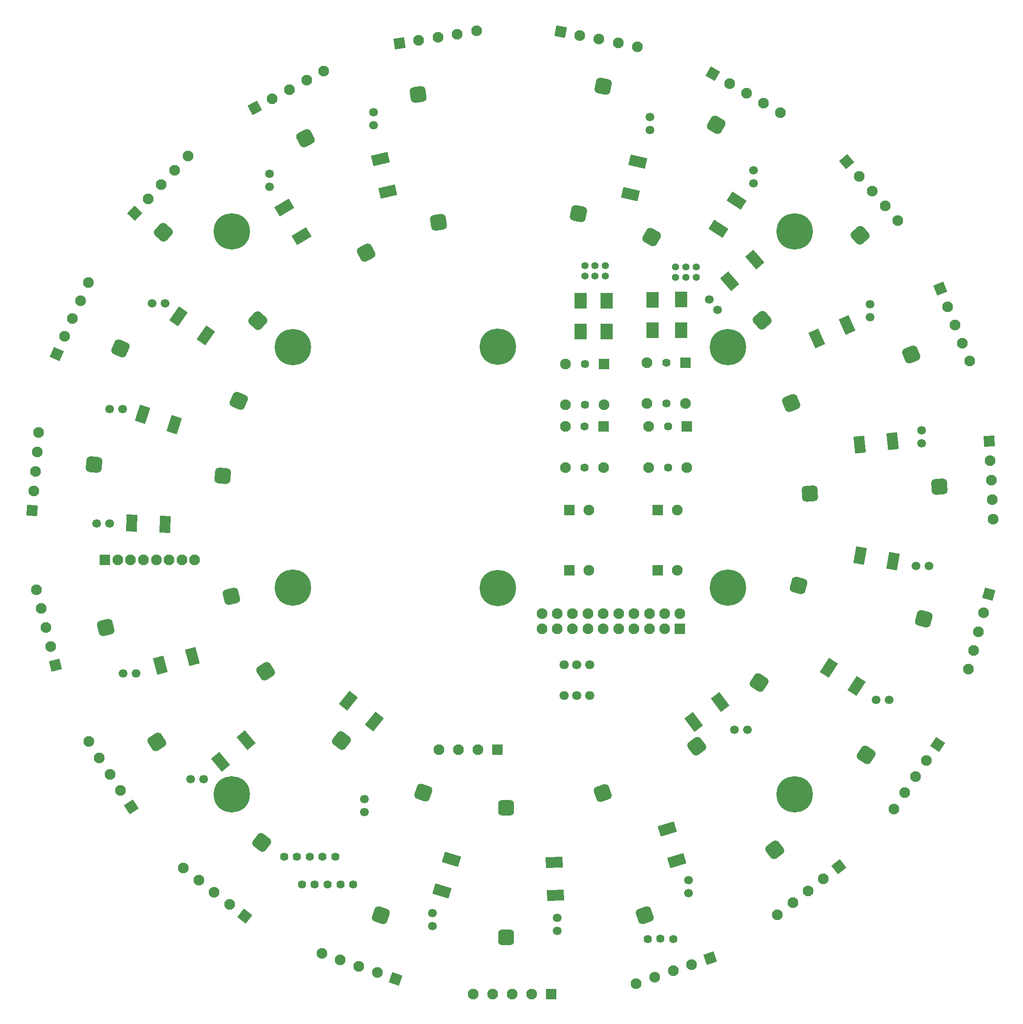
<source format=gbs>
G04*
G04 #@! TF.GenerationSoftware,Altium Limited,Altium Designer,23.11.1 (41)*
G04*
G04 Layer_Color=16711935*
%FSLAX43Y43*%
%MOMM*%
G71*
G04*
G04 #@! TF.SameCoordinates,128D2ADB-0047-4A34-82FD-57E8471D3911*
G04*
G04*
G04 #@! TF.FilePolarity,Negative*
G04*
G01*
G75*
G04:AMPARAMS|DCode=20|XSize=3.1mm|YSize=3.1mm|CornerRadius=0.8mm|HoleSize=0mm|Usage=FLASHONLY|Rotation=202.000|XOffset=0mm|YOffset=0mm|HoleType=Round|Shape=RoundedRectangle|*
%AMROUNDEDRECTD20*
21,1,3.100,1.500,0,0,202.0*
21,1,1.500,3.100,0,0,202.0*
1,1,1.600,-0.976,0.414*
1,1,1.600,0.414,0.976*
1,1,1.600,0.976,-0.414*
1,1,1.600,-0.414,-0.976*
%
%ADD20ROUNDEDRECTD20*%
%ADD21C,1.700*%
%ADD22C,7.100*%
%ADD23C,0.100*%
%ADD24C,2.100*%
%ADD25R,2.100X2.100*%
%ADD26P,2.970X4X244.0*%
G04:AMPARAMS|DCode=27|XSize=3.1mm|YSize=3.1mm|CornerRadius=0.8mm|HoleSize=0mm|Usage=FLASHONLY|Rotation=14.000|XOffset=0mm|YOffset=0mm|HoleType=Round|Shape=RoundedRectangle|*
%AMROUNDEDRECTD27*
21,1,3.100,1.500,0,0,14.0*
21,1,1.500,3.100,0,0,14.0*
1,1,1.600,0.909,-0.546*
1,1,1.600,-0.546,-0.909*
1,1,1.600,-0.909,0.546*
1,1,1.600,0.546,0.909*
%
%ADD27ROUNDEDRECTD27*%
%ADD28C,1.400*%
%ADD29C,1.624*%
G04:AMPARAMS|DCode=30|XSize=3.1mm|YSize=3.1mm|CornerRadius=0.8mm|HoleSize=0mm|Usage=FLASHONLY|Rotation=109.000|XOffset=0mm|YOffset=0mm|HoleType=Round|Shape=RoundedRectangle|*
%AMROUNDEDRECTD30*
21,1,3.100,1.500,0,0,109.0*
21,1,1.500,3.100,0,0,109.0*
1,1,1.600,0.465,0.953*
1,1,1.600,0.953,-0.465*
1,1,1.600,-0.465,-0.953*
1,1,1.600,-0.953,0.465*
%
%ADD30ROUNDEDRECTD30*%
G04:AMPARAMS|DCode=31|XSize=3.1mm|YSize=3.1mm|CornerRadius=0.8mm|HoleSize=0mm|Usage=FLASHONLY|Rotation=298.000|XOffset=0mm|YOffset=0mm|HoleType=Round|Shape=RoundedRectangle|*
%AMROUNDEDRECTD31*
21,1,3.100,1.500,0,0,298.0*
21,1,1.500,3.100,0,0,298.0*
1,1,1.600,-0.310,-1.014*
1,1,1.600,-1.014,0.310*
1,1,1.600,0.310,1.014*
1,1,1.600,1.014,-0.310*
%
%ADD31ROUNDEDRECTD31*%
%ADD32C,1.800*%
%ADD33P,2.970X4X206.0*%
%ADD34P,2.970X4X281.0*%
%ADD35P,2.970X4X375.0*%
%ADD36P,2.970X4X73.0*%
%ADD37P,2.970X4X92.0*%
G04:AMPARAMS|DCode=38|XSize=3.1mm|YSize=3.1mm|CornerRadius=0.8mm|HoleSize=0mm|Usage=FLASHONLY|Rotation=52.000|XOffset=0mm|YOffset=0mm|HoleType=Round|Shape=RoundedRectangle|*
%AMROUNDEDRECTD38*
21,1,3.100,1.500,0,0,52.0*
21,1,1.500,3.100,0,0,52.0*
1,1,1.600,1.053,0.129*
1,1,1.600,0.129,-1.053*
1,1,1.600,-1.053,-0.129*
1,1,1.600,-0.129,1.053*
%
%ADD38ROUNDEDRECTD38*%
G04:AMPARAMS|DCode=39|XSize=3.1mm|YSize=3.1mm|CornerRadius=0.8mm|HoleSize=0mm|Usage=FLASHONLY|Rotation=90.000|XOffset=0mm|YOffset=0mm|HoleType=Round|Shape=RoundedRectangle|*
%AMROUNDEDRECTD39*
21,1,3.100,1.500,0,0,90.0*
21,1,1.500,3.100,0,0,90.0*
1,1,1.600,0.750,0.750*
1,1,1.600,0.750,-0.750*
1,1,1.600,-0.750,-0.750*
1,1,1.600,-0.750,0.750*
%
%ADD39ROUNDEDRECTD39*%
G04:AMPARAMS|DCode=40|XSize=3.1mm|YSize=3.1mm|CornerRadius=0.8mm|HoleSize=0mm|Usage=FLASHONLY|Rotation=33.000|XOffset=0mm|YOffset=0mm|HoleType=Round|Shape=RoundedRectangle|*
%AMROUNDEDRECTD40*
21,1,3.100,1.500,0,0,33.0*
21,1,1.500,3.100,0,0,33.0*
1,1,1.600,1.037,-0.221*
1,1,1.600,-0.221,-1.037*
1,1,1.600,-1.037,0.221*
1,1,1.600,0.221,1.037*
%
%ADD40ROUNDEDRECTD40*%
G04:AMPARAMS|DCode=41|XSize=3.1mm|YSize=3.1mm|CornerRadius=0.8mm|HoleSize=0mm|Usage=FLASHONLY|Rotation=355.000|XOffset=0mm|YOffset=0mm|HoleType=Round|Shape=RoundedRectangle|*
%AMROUNDEDRECTD41*
21,1,3.100,1.500,0,0,355.0*
21,1,1.500,3.100,0,0,355.0*
1,1,1.600,0.682,-0.813*
1,1,1.600,-0.813,-0.682*
1,1,1.600,-0.682,0.813*
1,1,1.600,0.813,0.682*
%
%ADD41ROUNDEDRECTD41*%
G04:AMPARAMS|DCode=42|XSize=3.1mm|YSize=3.1mm|CornerRadius=0.8mm|HoleSize=0mm|Usage=FLASHONLY|Rotation=259.000|XOffset=0mm|YOffset=0mm|HoleType=Round|Shape=RoundedRectangle|*
%AMROUNDEDRECTD42*
21,1,3.100,1.500,0,0,259.0*
21,1,1.500,3.100,0,0,259.0*
1,1,1.600,-0.879,-0.593*
1,1,1.600,-0.593,0.879*
1,1,1.600,0.879,0.593*
1,1,1.600,0.593,-0.879*
%
%ADD42ROUNDEDRECTD42*%
G04:AMPARAMS|DCode=43|XSize=3.1mm|YSize=3.1mm|CornerRadius=0.8mm|HoleSize=0mm|Usage=FLASHONLY|Rotation=240.000|XOffset=0mm|YOffset=0mm|HoleType=Round|Shape=RoundedRectangle|*
%AMROUNDEDRECTD43*
21,1,3.100,1.500,0,0,240.0*
21,1,1.500,3.100,0,0,240.0*
1,1,1.600,-1.025,-0.275*
1,1,1.600,-0.275,1.025*
1,1,1.600,1.025,0.275*
1,1,1.600,0.275,-1.025*
%
%ADD43ROUNDEDRECTD43*%
G04:AMPARAMS|DCode=44|XSize=3.1mm|YSize=3.1mm|CornerRadius=0.8mm|HoleSize=0mm|Usage=FLASHONLY|Rotation=221.000|XOffset=0mm|YOffset=0mm|HoleType=Round|Shape=RoundedRectangle|*
%AMROUNDEDRECTD44*
21,1,3.100,1.500,0,0,221.0*
21,1,1.500,3.100,0,0,221.0*
1,1,1.600,-1.058,0.074*
1,1,1.600,0.074,1.058*
1,1,1.600,1.058,-0.074*
1,1,1.600,-0.074,-1.058*
%
%ADD44ROUNDEDRECTD44*%
G04:AMPARAMS|DCode=45|XSize=3.1mm|YSize=3.1mm|CornerRadius=0.8mm|HoleSize=0mm|Usage=FLASHONLY|Rotation=183.000|XOffset=0mm|YOffset=0mm|HoleType=Round|Shape=RoundedRectangle|*
%AMROUNDEDRECTD45*
21,1,3.100,1.500,0,0,183.0*
21,1,1.500,3.100,0,0,183.0*
1,1,1.600,-0.788,0.710*
1,1,1.600,0.710,0.788*
1,1,1.600,0.788,-0.710*
1,1,1.600,-0.710,-0.788*
%
%ADD45ROUNDEDRECTD45*%
G04:AMPARAMS|DCode=46|XSize=3.1mm|YSize=3.1mm|CornerRadius=0.8mm|HoleSize=0mm|Usage=FLASHONLY|Rotation=165.000|XOffset=0mm|YOffset=0mm|HoleType=Round|Shape=RoundedRectangle|*
%AMROUNDEDRECTD46*
21,1,3.100,1.500,0,0,165.0*
21,1,1.500,3.100,0,0,165.0*
1,1,1.600,-0.530,0.919*
1,1,1.600,0.919,0.530*
1,1,1.600,0.530,-0.919*
1,1,1.600,-0.919,-0.530*
%
%ADD46ROUNDEDRECTD46*%
G04:AMPARAMS|DCode=47|XSize=3.1mm|YSize=3.1mm|CornerRadius=0.8mm|HoleSize=0mm|Usage=FLASHONLY|Rotation=146.000|XOffset=0mm|YOffset=0mm|HoleType=Round|Shape=RoundedRectangle|*
%AMROUNDEDRECTD47*
21,1,3.100,1.500,0,0,146.0*
21,1,1.500,3.100,0,0,146.0*
1,1,1.600,-0.202,1.041*
1,1,1.600,1.041,0.202*
1,1,1.600,0.202,-1.041*
1,1,1.600,-1.041,-0.202*
%
%ADD47ROUNDEDRECTD47*%
G04:AMPARAMS|DCode=48|XSize=3.1mm|YSize=3.1mm|CornerRadius=0.8mm|HoleSize=0mm|Usage=FLASHONLY|Rotation=127.000|XOffset=0mm|YOffset=0mm|HoleType=Round|Shape=RoundedRectangle|*
%AMROUNDEDRECTD48*
21,1,3.100,1.500,0,0,127.0*
21,1,1.500,3.100,0,0,127.0*
1,1,1.600,0.148,1.050*
1,1,1.600,1.050,-0.148*
1,1,1.600,-0.148,-1.050*
1,1,1.600,-1.050,0.148*
%
%ADD48ROUNDEDRECTD48*%
G04:AMPARAMS|DCode=49|XSize=3.1mm|YSize=3.1mm|CornerRadius=0.8mm|HoleSize=0mm|Usage=FLASHONLY|Rotation=71.000|XOffset=0mm|YOffset=0mm|HoleType=Round|Shape=RoundedRectangle|*
%AMROUNDEDRECTD49*
21,1,3.100,1.500,0,0,71.0*
21,1,1.500,3.100,0,0,71.0*
1,1,1.600,0.953,0.465*
1,1,1.600,0.465,-0.953*
1,1,1.600,-0.953,-0.465*
1,1,1.600,-0.465,0.953*
%
%ADD49ROUNDEDRECTD49*%
%ADD50P,2.970X4X130.0*%
%ADD51P,2.970X4X149.0*%
%ADD52P,2.970X4X168.0*%
%ADD53P,2.970X4X187.0*%
G04:AMPARAMS|DCode=54|XSize=3.1mm|YSize=3.1mm|CornerRadius=0.8mm|HoleSize=0mm|Usage=FLASHONLY|Rotation=279.000|XOffset=0mm|YOffset=0mm|HoleType=Round|Shape=RoundedRectangle|*
%AMROUNDEDRECTD54*
21,1,3.100,1.500,0,0,279.0*
21,1,1.500,3.100,0,0,279.0*
1,1,1.600,-0.623,-0.858*
1,1,1.600,-0.858,0.623*
1,1,1.600,0.623,0.858*
1,1,1.600,0.858,-0.623*
%
%ADD54ROUNDEDRECTD54*%
G04:AMPARAMS|DCode=55|XSize=3.1mm|YSize=3.1mm|CornerRadius=0.8mm|HoleSize=0mm|Usage=FLASHONLY|Rotation=336.000|XOffset=0mm|YOffset=0mm|HoleType=Round|Shape=RoundedRectangle|*
%AMROUNDEDRECTD55*
21,1,3.100,1.500,0,0,336.0*
21,1,1.500,3.100,0,0,336.0*
1,1,1.600,0.380,-0.990*
1,1,1.600,-0.990,-0.380*
1,1,1.600,-0.380,0.990*
1,1,1.600,0.990,0.380*
%
%ADD55ROUNDEDRECTD55*%
G04:AMPARAMS|DCode=56|XSize=3.1mm|YSize=3.1mm|CornerRadius=0.8mm|HoleSize=0mm|Usage=FLASHONLY|Rotation=317.000|XOffset=0mm|YOffset=0mm|HoleType=Round|Shape=RoundedRectangle|*
%AMROUNDEDRECTD56*
21,1,3.100,1.500,0,0,317.0*
21,1,1.500,3.100,0,0,317.0*
1,1,1.600,0.037,-1.060*
1,1,1.600,-1.060,-0.037*
1,1,1.600,-0.037,1.060*
1,1,1.600,1.060,0.037*
%
%ADD56ROUNDEDRECTD56*%
%ADD57P,2.970X4X263.0*%
%ADD58P,2.970X4X300.0*%
%ADD59P,2.970X4X318.0*%
%ADD60P,2.970X4X337.0*%
%ADD61P,2.970X4X356.0*%
%ADD62P,2.970X4X394.0*%
%ADD63P,2.970X4X54.0*%
%ADD64P,2.970X4X111.0*%
%ADD138R,2.400X3.100*%
G04:AMPARAMS|DCode=139|XSize=2.1mm|YSize=3.3mm|CornerRadius=0mm|HoleSize=0mm|Usage=FLASHONLY|Rotation=342.000|XOffset=0mm|YOffset=0mm|HoleType=Round|Shape=Rectangle|*
%AMROTATEDRECTD139*
4,1,4,-1.508,-1.245,-0.489,1.894,1.508,1.245,0.489,-1.894,-1.508,-1.245,0.0*
%
%ADD139ROTATEDRECTD139*%

G04:AMPARAMS|DCode=140|XSize=2.1mm|YSize=3.3mm|CornerRadius=0mm|HoleSize=0mm|Usage=FLASHONLY|Rotation=325.000|XOffset=0mm|YOffset=0mm|HoleType=Round|Shape=Rectangle|*
%AMROTATEDRECTD140*
4,1,4,-1.807,-0.749,0.086,1.954,1.807,0.749,-0.086,-1.954,-1.807,-0.749,0.0*
%
%ADD140ROTATEDRECTD140*%

G04:AMPARAMS|DCode=141|XSize=2.1mm|YSize=3.3mm|CornerRadius=0mm|HoleSize=0mm|Usage=FLASHONLY|Rotation=301.000|XOffset=0mm|YOffset=0mm|HoleType=Round|Shape=Rectangle|*
%AMROTATEDRECTD141*
4,1,4,-1.955,0.050,0.874,1.750,1.955,-0.050,-0.874,-1.750,-1.955,0.050,0.0*
%
%ADD141ROTATEDRECTD141*%

G04:AMPARAMS|DCode=142|XSize=2.1mm|YSize=3.3mm|CornerRadius=0mm|HoleSize=0mm|Usage=FLASHONLY|Rotation=283.000|XOffset=0mm|YOffset=0mm|HoleType=Round|Shape=Rectangle|*
%AMROTATEDRECTD142*
4,1,4,-1.844,0.652,1.372,1.394,1.844,-0.652,-1.372,-1.394,-1.844,0.652,0.0*
%
%ADD142ROTATEDRECTD142*%

G04:AMPARAMS|DCode=143|XSize=2.1mm|YSize=3.3mm|CornerRadius=0mm|HoleSize=0mm|Usage=FLASHONLY|Rotation=257.000|XOffset=0mm|YOffset=0mm|HoleType=Round|Shape=Rectangle|*
%AMROTATEDRECTD143*
4,1,4,-1.372,1.394,1.844,0.652,1.372,-1.394,-1.844,-0.652,-1.372,1.394,0.0*
%
%ADD143ROTATEDRECTD143*%

G04:AMPARAMS|DCode=144|XSize=2.1mm|YSize=3.3mm|CornerRadius=0mm|HoleSize=0mm|Usage=FLASHONLY|Rotation=237.000|XOffset=0mm|YOffset=0mm|HoleType=Round|Shape=Rectangle|*
%AMROTATEDRECTD144*
4,1,4,-0.812,1.779,1.956,-0.018,0.812,-1.779,-1.956,0.018,-0.812,1.779,0.0*
%
%ADD144ROTATEDRECTD144*%

G04:AMPARAMS|DCode=145|XSize=2.1mm|YSize=3.3mm|CornerRadius=0mm|HoleSize=0mm|Usage=FLASHONLY|Rotation=41.000|XOffset=0mm|YOffset=0mm|HoleType=Round|Shape=Rectangle|*
%AMROTATEDRECTD145*
4,1,4,0.290,-1.934,-1.875,0.556,-0.290,1.934,1.875,-0.556,0.290,-1.934,0.0*
%
%ADD145ROTATEDRECTD145*%

G04:AMPARAMS|DCode=146|XSize=2.1mm|YSize=3.3mm|CornerRadius=0mm|HoleSize=0mm|Usage=FLASHONLY|Rotation=204.000|XOffset=0mm|YOffset=0mm|HoleType=Round|Shape=Rectangle|*
%AMROTATEDRECTD146*
4,1,4,0.288,1.934,1.630,-1.080,-0.288,-1.934,-1.630,1.080,0.288,1.934,0.0*
%
%ADD146ROTATEDRECTD146*%

G04:AMPARAMS|DCode=147|XSize=2.1mm|YSize=3.3mm|CornerRadius=0mm|HoleSize=0mm|Usage=FLASHONLY|Rotation=186.000|XOffset=0mm|YOffset=0mm|HoleType=Round|Shape=Rectangle|*
%AMROTATEDRECTD147*
4,1,4,0.872,1.751,1.217,-1.531,-0.872,-1.751,-1.217,1.531,0.872,1.751,0.0*
%
%ADD147ROTATEDRECTD147*%

G04:AMPARAMS|DCode=148|XSize=2.1mm|YSize=3.3mm|CornerRadius=0mm|HoleSize=0mm|Usage=FLASHONLY|Rotation=170.000|XOffset=0mm|YOffset=0mm|HoleType=Round|Shape=Rectangle|*
%AMROTATEDRECTD148*
4,1,4,1.321,1.443,0.748,-1.807,-1.321,-1.443,-0.748,1.807,1.321,1.443,0.0*
%
%ADD148ROTATEDRECTD148*%

G04:AMPARAMS|DCode=149|XSize=2.1mm|YSize=3.3mm|CornerRadius=0mm|HoleSize=0mm|Usage=FLASHONLY|Rotation=147.000|XOffset=0mm|YOffset=0mm|HoleType=Round|Shape=Rectangle|*
%AMROTATEDRECTD149*
4,1,4,1.779,0.812,-0.018,-1.956,-1.779,-0.812,0.018,1.956,1.779,0.812,0.0*
%
%ADD149ROTATEDRECTD149*%

G04:AMPARAMS|DCode=150|XSize=2.1mm|YSize=3.3mm|CornerRadius=0mm|HoleSize=0mm|Usage=FLASHONLY|Rotation=217.000|XOffset=0mm|YOffset=0mm|HoleType=Round|Shape=Rectangle|*
%AMROTATEDRECTD150*
4,1,4,-0.154,1.950,1.832,-0.686,0.154,-1.950,-1.832,0.686,-0.154,1.950,0.0*
%
%ADD150ROTATEDRECTD150*%

G04:AMPARAMS|DCode=151|XSize=2.1mm|YSize=3.3mm|CornerRadius=0mm|HoleSize=0mm|Usage=FLASHONLY|Rotation=73.000|XOffset=0mm|YOffset=0mm|HoleType=Round|Shape=Rectangle|*
%AMROTATEDRECTD151*
4,1,4,1.271,-1.487,-1.885,-0.522,-1.271,1.487,1.885,0.522,1.271,-1.487,0.0*
%
%ADD151ROTATEDRECTD151*%

G04:AMPARAMS|DCode=152|XSize=2.1mm|YSize=3.3mm|CornerRadius=0mm|HoleSize=0mm|Usage=FLASHONLY|Rotation=141.000|XOffset=0mm|YOffset=0mm|HoleType=Round|Shape=Rectangle|*
%AMROTATEDRECTD152*
4,1,4,1.854,0.622,-0.222,-1.943,-1.854,-0.622,0.222,1.943,1.854,0.622,0.0*
%
%ADD152ROTATEDRECTD152*%

G04:AMPARAMS|DCode=153|XSize=2.1mm|YSize=3.3mm|CornerRadius=0mm|HoleSize=0mm|Usage=FLASHONLY|Rotation=107.000|XOffset=0mm|YOffset=0mm|HoleType=Round|Shape=Rectangle|*
%AMROTATEDRECTD153*
4,1,4,1.885,-0.522,-1.271,-1.487,-1.885,0.522,1.271,1.487,1.885,-0.522,0.0*
%
%ADD153ROTATEDRECTD153*%

G04:AMPARAMS|DCode=154|XSize=2.1mm|YSize=3.3mm|CornerRadius=0mm|HoleSize=0mm|Usage=FLASHONLY|Rotation=92.000|XOffset=0mm|YOffset=0mm|HoleType=Round|Shape=Rectangle|*
%AMROTATEDRECTD154*
4,1,4,1.686,-0.992,-1.612,-1.107,-1.686,0.992,1.612,1.107,1.686,-0.992,0.0*
%
%ADD154ROTATEDRECTD154*%

G04:AMPARAMS|DCode=155|XSize=2.1mm|YSize=3.3mm|CornerRadius=0mm|HoleSize=0mm|Usage=FLASHONLY|Rotation=40.000|XOffset=0mm|YOffset=0mm|HoleType=Round|Shape=Rectangle|*
%AMROTATEDRECTD155*
4,1,4,0.256,-1.939,-1.865,0.589,-0.256,1.939,1.865,-0.589,0.256,-1.939,0.0*
%
%ADD155ROTATEDRECTD155*%

G04:AMPARAMS|DCode=156|XSize=2.1mm|YSize=3.3mm|CornerRadius=0mm|HoleSize=0mm|Usage=FLASHONLY|Rotation=15.000|XOffset=0mm|YOffset=0mm|HoleType=Round|Shape=Rectangle|*
%AMROTATEDRECTD156*
4,1,4,-0.587,-1.866,-1.441,1.322,0.587,1.866,1.441,-1.322,-0.587,-1.866,0.0*
%
%ADD156ROTATEDRECTD156*%

G04:AMPARAMS|DCode=157|XSize=2.1mm|YSize=3.3mm|CornerRadius=0mm|HoleSize=0mm|Usage=FLASHONLY|Rotation=358.000|XOffset=0mm|YOffset=0mm|HoleType=Round|Shape=Rectangle|*
%AMROTATEDRECTD157*
4,1,4,-1.107,-1.612,-0.992,1.686,1.107,1.612,0.992,-1.686,-1.107,-1.612,0.0*
%
%ADD157ROTATEDRECTD157*%

D20*
X77759Y30913D02*
D03*
X54301Y21435D02*
D03*
D21*
X69723Y40716D02*
D03*
Y38176D02*
D03*
X-27305Y78232D02*
D03*
Y75692D02*
D03*
X-47650Y66243D02*
D03*
Y63703D02*
D03*
X-70554Y40901D02*
D03*
X-68014D02*
D03*
X-78841Y20217D02*
D03*
X-76301D02*
D03*
X-81381Y-2134D02*
D03*
X-78841D02*
D03*
X-15773Y-80772D02*
D03*
Y-78232D02*
D03*
X34265Y-74321D02*
D03*
Y-71781D02*
D03*
X26728Y77325D02*
D03*
Y74785D02*
D03*
X46921Y64320D02*
D03*
Y66860D02*
D03*
X38323Y41664D02*
D03*
X39887Y39662D02*
D03*
X79807Y13563D02*
D03*
Y16103D02*
D03*
X78664Y-10363D02*
D03*
X81204D02*
D03*
X70917Y-36576D02*
D03*
X73457D02*
D03*
X43231Y-42393D02*
D03*
X45771D02*
D03*
X-29101Y-55924D02*
D03*
Y-58464D02*
D03*
X8560Y-79172D02*
D03*
Y-81712D02*
D03*
X-60528Y-52045D02*
D03*
X-63068D02*
D03*
X-73736Y-31369D02*
D03*
X-76276D02*
D03*
D22*
X-3000Y-14700D02*
D03*
X55000Y-55000D02*
D03*
Y55000D02*
D03*
X-55000D02*
D03*
X-3000Y32400D02*
D03*
X-55000Y-55000D02*
D03*
X-43060Y-14630D02*
D03*
X41940D02*
D03*
X-43060Y32370D02*
D03*
X41940D02*
D03*
D23*
X2313Y-18700D02*
D03*
X35963D02*
D03*
D24*
X32600Y-19700D02*
D03*
X29600D02*
D03*
X26600D02*
D03*
X23600D02*
D03*
X20600D02*
D03*
X17600D02*
D03*
X14600D02*
D03*
X11600D02*
D03*
X8600D02*
D03*
X5600D02*
D03*
Y-22700D02*
D03*
X8600D02*
D03*
X11600D02*
D03*
X14600D02*
D03*
X17600D02*
D03*
X20600D02*
D03*
X23600D02*
D03*
X26600D02*
D03*
X29600D02*
D03*
X27648Y-90740D02*
D03*
X31250Y-89500D02*
D03*
X34852Y-88260D02*
D03*
X24045Y-91981D02*
D03*
X17675Y8830D02*
D03*
X10175D02*
D03*
Y16830D02*
D03*
X33940Y8830D02*
D03*
X26440D02*
D03*
Y16830D02*
D03*
X17721Y21086D02*
D03*
X10221D02*
D03*
Y29086D02*
D03*
X33647Y21312D02*
D03*
X26147D02*
D03*
Y29312D02*
D03*
X-37384Y-86136D02*
D03*
X-26577Y-89857D02*
D03*
X-30180Y-88616D02*
D03*
X-33782Y-87376D02*
D03*
X-7849Y-94082D02*
D03*
X3581D02*
D03*
X-229D02*
D03*
X-4039D02*
D03*
X74377Y-57879D02*
D03*
X80769Y-48403D02*
D03*
X78638Y-51562D02*
D03*
X76508Y-54721D02*
D03*
X52192Y78156D02*
D03*
X42293Y83871D02*
D03*
X45593Y81966D02*
D03*
X48893Y80061D02*
D03*
X-40375Y84466D02*
D03*
X-43739Y82677D02*
D03*
X-47103Y80888D02*
D03*
X-37011Y86254D02*
D03*
X14810Y-11250D02*
D03*
Y522D02*
D03*
X32060Y-11250D02*
D03*
Y522D02*
D03*
X-63558Y69672D02*
D03*
X-71354Y61313D02*
D03*
X-68755Y64099D02*
D03*
X-66157Y66886D02*
D03*
X-92708Y15657D02*
D03*
X-93704Y4271D02*
D03*
X-93372Y8066D02*
D03*
X-93040Y11862D02*
D03*
X-93164Y-15046D02*
D03*
X-90399Y-26137D02*
D03*
X-91320Y-22440D02*
D03*
X-92242Y-18743D02*
D03*
X-82965Y-44705D02*
D03*
X-76740Y-54291D02*
D03*
X-78815Y-51095D02*
D03*
X-80890Y-47900D02*
D03*
X-64425Y-69451D02*
D03*
X-55418Y-76488D02*
D03*
X-58420Y-74143D02*
D03*
X-61422Y-71797D02*
D03*
X-6890Y-46300D02*
D03*
X-10700D02*
D03*
X-14510D02*
D03*
X51619Y-78559D02*
D03*
X60626Y-71522D02*
D03*
X57624Y-73867D02*
D03*
X54621Y-76213D02*
D03*
X88943Y-30597D02*
D03*
X91901Y-19556D02*
D03*
X90915Y-23236D02*
D03*
X89929Y-26916D02*
D03*
X93794Y-1262D02*
D03*
X93196Y10152D02*
D03*
X93395Y6348D02*
D03*
X93595Y2543D02*
D03*
X89164Y29612D02*
D03*
X84882Y40210D02*
D03*
X86309Y36678D02*
D03*
X87736Y33145D02*
D03*
X75154Y57063D02*
D03*
X67655Y65690D02*
D03*
X70155Y62814D02*
D03*
X72654Y59939D02*
D03*
X24247Y91060D02*
D03*
X13027Y93241D02*
D03*
X16767Y92514D02*
D03*
X20507Y91787D02*
D03*
X-7177Y94117D02*
D03*
X-18466Y92329D02*
D03*
X-14703Y92925D02*
D03*
X-10940Y93521D02*
D03*
X-83007Y44933D02*
D03*
X-87656Y34492D02*
D03*
X-86106Y37972D02*
D03*
X-84557Y41453D02*
D03*
X-62256Y-9195D02*
D03*
X-67256D02*
D03*
X-64756D02*
D03*
X-72256D02*
D03*
X-74756D02*
D03*
X-77256D02*
D03*
X-69756D02*
D03*
D25*
X32600Y-22700D02*
D03*
X17675Y16830D02*
D03*
X33940D02*
D03*
X17721Y29086D02*
D03*
X33647Y29312D02*
D03*
X7391Y-94082D02*
D03*
X11000Y-11250D02*
D03*
Y522D02*
D03*
X28250Y-11250D02*
D03*
Y522D02*
D03*
X-3080Y-46300D02*
D03*
X-79756Y-9195D02*
D03*
D26*
X38455Y-87019D02*
D03*
D27*
X-55093Y-16319D02*
D03*
X-79641Y-22440D02*
D03*
D28*
X33750Y46000D02*
D03*
X35750D02*
D03*
X31750D02*
D03*
Y48000D02*
D03*
X35750D02*
D03*
X33750D02*
D03*
X16000Y48250D02*
D03*
X18000D02*
D03*
X14000D02*
D03*
Y46250D02*
D03*
X18000D02*
D03*
X16000D02*
D03*
D29*
X31280Y-83280D02*
D03*
X28780Y-83260D02*
D03*
X26280Y-83280D02*
D03*
X13975Y16830D02*
D03*
Y8830D02*
D03*
X30240Y16830D02*
D03*
Y8830D02*
D03*
X14021Y29086D02*
D03*
Y21086D02*
D03*
X29947Y29312D02*
D03*
Y21312D02*
D03*
X-31275Y-72630D02*
D03*
X-33775D02*
D03*
X-36275D02*
D03*
X-38775D02*
D03*
X-41275Y-72630D02*
D03*
X-44750Y-67250D02*
D03*
X-42250Y-67250D02*
D03*
X-39750D02*
D03*
X-37250D02*
D03*
X-34750D02*
D03*
D30*
X25687Y-78659D02*
D03*
X17450Y-54737D02*
D03*
D31*
X-28717Y50814D02*
D03*
X-40595Y73152D02*
D03*
D32*
X14924Y-35678D02*
D03*
X12424D02*
D03*
X9924D02*
D03*
Y-29678D02*
D03*
X12424D02*
D03*
X14924D02*
D03*
D33*
X-22975Y-91097D02*
D03*
D34*
X82899Y-45245D02*
D03*
D35*
X38994Y85776D02*
D03*
D36*
X-50467Y79100D02*
D03*
D37*
X-73952Y58526D02*
D03*
D38*
X-33599Y-44522D02*
D03*
X-49175Y-64459D02*
D03*
D39*
X-1422Y-57631D02*
D03*
X-1422Y-82931D02*
D03*
D40*
X-48393Y-30988D02*
D03*
X-69611Y-44768D02*
D03*
D41*
X-56743Y7217D02*
D03*
X-81947Y9422D02*
D03*
D42*
X12719Y58452D02*
D03*
X17546Y83287D02*
D03*
D43*
X27049Y53849D02*
D03*
X39699Y75759D02*
D03*
D44*
X48670Y37626D02*
D03*
X67764Y54224D02*
D03*
D45*
X57983Y3770D02*
D03*
X83249Y5094D02*
D03*
D46*
X55771Y-14211D02*
D03*
X80209Y-20759D02*
D03*
D47*
X48036Y-33173D02*
D03*
X69010Y-47320D02*
D03*
D48*
X35850Y-45630D02*
D03*
X51076Y-65835D02*
D03*
D49*
X-17594Y-54725D02*
D03*
X-25831Y-78647D02*
D03*
D50*
X-94036Y475D02*
D03*
D51*
X-89477Y-29833D02*
D03*
D52*
X-74665Y-57486D02*
D03*
D53*
X-52415Y-78834D02*
D03*
D54*
X-18595Y81743D02*
D03*
X-14637Y56755D02*
D03*
D55*
X-76773Y32139D02*
D03*
X-53661Y21849D02*
D03*
D56*
X-68403Y54755D02*
D03*
X-49900Y37500D02*
D03*
D57*
X63628Y-69176D02*
D03*
D58*
X92888Y-15876D02*
D03*
D59*
X92996Y13957D02*
D03*
D60*
X83455Y43743D02*
D03*
D61*
X65156Y68565D02*
D03*
D62*
X9287Y93968D02*
D03*
D63*
X-22229Y91733D02*
D03*
D64*
X-89206Y31011D02*
D03*
D138*
X27231Y35621D02*
D03*
X32811Y35650D02*
D03*
X13160Y35439D02*
D03*
X18231Y35400D02*
D03*
X13160Y41440D02*
D03*
X18231Y41400D02*
D03*
X32811Y41650D02*
D03*
X27231Y41621D02*
D03*
D139*
X-66259Y17194D02*
D03*
X-72441Y19202D02*
D03*
D140*
X-60073Y34633D02*
D03*
X-65397Y38361D02*
D03*
D141*
X-41374Y54049D02*
D03*
X-44722Y59621D02*
D03*
D142*
X-24464Y62736D02*
D03*
X-25926Y69070D02*
D03*
D143*
X22897Y62221D02*
D03*
X24359Y68554D02*
D03*
D144*
X40123Y55483D02*
D03*
X43663Y60934D02*
D03*
D145*
X47197Y49451D02*
D03*
X42291Y45186D02*
D03*
D146*
X59289Y34034D02*
D03*
X65227Y36677D02*
D03*
D147*
X67678Y13265D02*
D03*
X74143Y13944D02*
D03*
D148*
X67792Y-8346D02*
D03*
X74194Y-9474D02*
D03*
D149*
X61656Y-30318D02*
D03*
X67107Y-33858D02*
D03*
D150*
X35246Y-40920D02*
D03*
X40437Y-37008D02*
D03*
D151*
X-12019Y-67724D02*
D03*
X-13919Y-73940D02*
D03*
D152*
X-32222Y-36695D02*
D03*
X-27170Y-40785D02*
D03*
D153*
X30104Y-61780D02*
D03*
X32004Y-67996D02*
D03*
D154*
X8003Y-68282D02*
D03*
X8230Y-74778D02*
D03*
D155*
X-52171Y-44463D02*
D03*
X-57150Y-48641D02*
D03*
D156*
X-62708Y-28087D02*
D03*
X-68986Y-29769D02*
D03*
D157*
X-68027Y-2284D02*
D03*
X-74523Y-2058D02*
D03*
M02*

</source>
